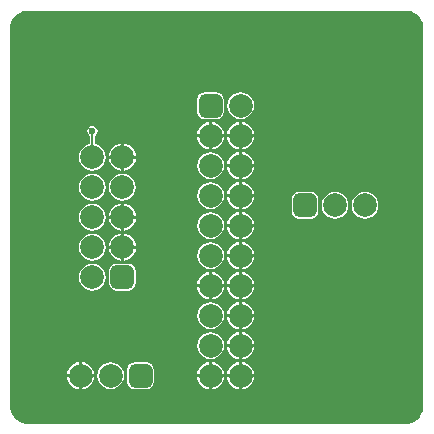
<source format=gbl>
G04*
G04 #@! TF.GenerationSoftware,Altium Limited,Altium Designer,19.0.15 (446)*
G04*
G04 Layer_Physical_Order=2*
G04 Layer_Color=16711680*
%FSLAX44Y44*%
%MOMM*%
G71*
G01*
G75*
%ADD17C,0.1270*%
G04:AMPARAMS|DCode=19|XSize=2mm|YSize=2mm|CornerRadius=0.5mm|HoleSize=0mm|Usage=FLASHONLY|Rotation=180.000|XOffset=0mm|YOffset=0mm|HoleType=Round|Shape=RoundedRectangle|*
%AMROUNDEDRECTD19*
21,1,2.0000,1.0000,0,0,180.0*
21,1,1.0000,2.0000,0,0,180.0*
1,1,1.0000,-0.5000,0.5000*
1,1,1.0000,0.5000,0.5000*
1,1,1.0000,0.5000,-0.5000*
1,1,1.0000,-0.5000,-0.5000*
%
%ADD19ROUNDEDRECTD19*%
%ADD20C,2.0000*%
G04:AMPARAMS|DCode=21|XSize=2mm|YSize=2mm|CornerRadius=0.5mm|HoleSize=0mm|Usage=FLASHONLY|Rotation=270.000|XOffset=0mm|YOffset=0mm|HoleType=Round|Shape=RoundedRectangle|*
%AMROUNDEDRECTD21*
21,1,2.0000,1.0000,0,0,270.0*
21,1,1.0000,2.0000,0,0,270.0*
1,1,1.0000,-0.5000,-0.5000*
1,1,1.0000,-0.5000,0.5000*
1,1,1.0000,0.5000,0.5000*
1,1,1.0000,0.5000,-0.5000*
%
%ADD21ROUNDEDRECTD21*%
%ADD22C,0.6000*%
G36*
X341468Y354902D02*
X344347Y354329D01*
X347059Y353206D01*
X349500Y351575D01*
X351575Y349500D01*
X353206Y347059D01*
X354329Y344347D01*
X354902Y341468D01*
Y340000D01*
Y20000D01*
Y18532D01*
X354329Y15653D01*
X353206Y12941D01*
X351575Y10500D01*
X349500Y8425D01*
X347059Y6794D01*
X344347Y5670D01*
X341468Y5098D01*
X340000Y5098D01*
X20000D01*
X18532Y5098D01*
X15653Y5671D01*
X12941Y6794D01*
X10500Y8425D01*
X8425Y10500D01*
X6794Y12941D01*
X5670Y15653D01*
X5098Y18532D01*
Y20000D01*
Y340000D01*
Y341468D01*
X5670Y344347D01*
X6794Y347059D01*
X8425Y349500D01*
X10500Y351575D01*
X12941Y353206D01*
X15653Y354329D01*
X18532Y354902D01*
X20000Y354902D01*
X340000D01*
X341468Y354902D01*
D02*
G37*
%LPC*%
G36*
X200000Y285667D02*
X197058Y285280D01*
X194316Y284144D01*
X191962Y282338D01*
X190156Y279984D01*
X189020Y277242D01*
X188633Y274300D01*
X189020Y271358D01*
X190156Y268616D01*
X191962Y266262D01*
X194316Y264456D01*
X197058Y263320D01*
X200000Y262933D01*
X202942Y263320D01*
X205684Y264456D01*
X208038Y266262D01*
X209844Y268616D01*
X210980Y271358D01*
X211367Y274300D01*
X210980Y277242D01*
X209844Y279984D01*
X208038Y282338D01*
X205684Y284144D01*
X202942Y285280D01*
X200000Y285667D01*
D02*
G37*
G36*
X179600Y285693D02*
X169600D01*
X167154Y285206D01*
X165080Y283820D01*
X163694Y281747D01*
X163207Y279300D01*
Y269300D01*
X163694Y266854D01*
X165080Y264780D01*
X167154Y263394D01*
X169600Y262907D01*
X179600D01*
X182046Y263394D01*
X184120Y264780D01*
X185506Y266854D01*
X185993Y269300D01*
Y279300D01*
X185506Y281747D01*
X184120Y283820D01*
X182046Y285206D01*
X179600Y285693D01*
D02*
G37*
G36*
X201250Y260335D02*
Y250150D01*
X211435D01*
X211204Y251902D01*
X210045Y254700D01*
X208202Y257102D01*
X205800Y258945D01*
X203002Y260104D01*
X201250Y260335D01*
D02*
G37*
G36*
X175850D02*
Y250150D01*
X186035D01*
X185804Y251902D01*
X184645Y254700D01*
X182802Y257102D01*
X180400Y258945D01*
X177602Y260104D01*
X175850Y260335D01*
D02*
G37*
G36*
X198750D02*
X196998Y260104D01*
X194200Y258945D01*
X191798Y257102D01*
X189955Y254700D01*
X188796Y251902D01*
X188565Y250150D01*
X198750D01*
Y260335D01*
D02*
G37*
G36*
X173350D02*
X171598Y260104D01*
X168800Y258945D01*
X166398Y257102D01*
X164555Y254700D01*
X163396Y251902D01*
X163165Y250150D01*
X173350D01*
Y260335D01*
D02*
G37*
G36*
X198750Y247650D02*
X188565D01*
X188796Y245898D01*
X189955Y243100D01*
X191798Y240698D01*
X194200Y238855D01*
X196998Y237696D01*
X198750Y237465D01*
Y247650D01*
D02*
G37*
G36*
X173350D02*
X163165D01*
X163396Y245898D01*
X164555Y243100D01*
X166398Y240698D01*
X168800Y238855D01*
X171598Y237696D01*
X173350Y237465D01*
Y247650D01*
D02*
G37*
G36*
X211435D02*
X201250D01*
Y237465D01*
X203002Y237696D01*
X205800Y238855D01*
X208202Y240698D01*
X210045Y243100D01*
X211204Y245898D01*
X211435Y247650D01*
D02*
G37*
G36*
X186035D02*
X175850D01*
Y237465D01*
X177602Y237696D01*
X180400Y238855D01*
X182802Y240698D01*
X184645Y243100D01*
X185804Y245898D01*
X186035Y247650D01*
D02*
G37*
G36*
X101250Y242235D02*
Y232050D01*
X111435D01*
X111204Y233802D01*
X110045Y236600D01*
X108202Y239002D01*
X105800Y240845D01*
X103002Y242004D01*
X101250Y242235D01*
D02*
G37*
G36*
X98750D02*
X96998Y242004D01*
X94200Y240845D01*
X91798Y239002D01*
X89955Y236600D01*
X88796Y233802D01*
X88565Y232050D01*
X98750D01*
Y242235D01*
D02*
G37*
G36*
X201250Y234935D02*
Y224750D01*
X211435D01*
X211204Y226502D01*
X210045Y229300D01*
X208202Y231702D01*
X205800Y233545D01*
X203002Y234704D01*
X201250Y234935D01*
D02*
G37*
G36*
X198750D02*
X196998Y234704D01*
X194200Y233545D01*
X191798Y231702D01*
X189955Y229300D01*
X188796Y226502D01*
X188565Y224750D01*
X198750D01*
Y234935D01*
D02*
G37*
G36*
X74600Y257104D02*
X72934Y256772D01*
X71522Y255828D01*
X70578Y254416D01*
X70246Y252750D01*
X70578Y251084D01*
X71522Y249671D01*
X72658Y248912D01*
Y241912D01*
X71658Y241780D01*
X68916Y240644D01*
X66562Y238838D01*
X64756Y236484D01*
X63620Y233742D01*
X63233Y230800D01*
X63620Y227858D01*
X64756Y225116D01*
X66562Y222762D01*
X68916Y220956D01*
X71658Y219820D01*
X74600Y219433D01*
X77542Y219820D01*
X80284Y220956D01*
X82638Y222762D01*
X84444Y225116D01*
X85580Y227858D01*
X85967Y230800D01*
X85580Y233742D01*
X84444Y236484D01*
X82638Y238838D01*
X80284Y240644D01*
X77542Y241780D01*
X76542Y241912D01*
Y248912D01*
X77678Y249671D01*
X78622Y251084D01*
X78954Y252750D01*
X78622Y254416D01*
X77678Y255828D01*
X76266Y256772D01*
X74600Y257104D01*
D02*
G37*
G36*
X98750Y229550D02*
X88565D01*
X88796Y227798D01*
X89955Y225000D01*
X91798Y222598D01*
X94200Y220755D01*
X96998Y219596D01*
X98750Y219365D01*
Y229550D01*
D02*
G37*
G36*
X111435D02*
X101250D01*
Y219365D01*
X103002Y219596D01*
X105800Y220755D01*
X108202Y222598D01*
X110045Y225000D01*
X111204Y227798D01*
X111435Y229550D01*
D02*
G37*
G36*
X174600Y234867D02*
X171658Y234480D01*
X168916Y233344D01*
X166562Y231538D01*
X164756Y229184D01*
X163620Y226442D01*
X163233Y223500D01*
X163620Y220558D01*
X164756Y217816D01*
X166562Y215462D01*
X168916Y213656D01*
X171658Y212520D01*
X174600Y212133D01*
X177542Y212520D01*
X180284Y213656D01*
X182638Y215462D01*
X184444Y217816D01*
X185580Y220558D01*
X185967Y223500D01*
X185580Y226442D01*
X184444Y229184D01*
X182638Y231538D01*
X180284Y233344D01*
X177542Y234480D01*
X174600Y234867D01*
D02*
G37*
G36*
X198750Y222250D02*
X188565D01*
X188796Y220498D01*
X189955Y217700D01*
X191798Y215298D01*
X194200Y213455D01*
X196998Y212296D01*
X198750Y212065D01*
Y222250D01*
D02*
G37*
G36*
X211435D02*
X201250D01*
Y212065D01*
X203002Y212296D01*
X205800Y213455D01*
X208202Y215298D01*
X210045Y217700D01*
X211204Y220498D01*
X211435Y222250D01*
D02*
G37*
G36*
X201250Y209535D02*
Y199350D01*
X211435D01*
X211204Y201102D01*
X210045Y203900D01*
X208202Y206302D01*
X205800Y208145D01*
X203002Y209304D01*
X201250Y209535D01*
D02*
G37*
G36*
X198750D02*
X196998Y209304D01*
X194200Y208145D01*
X191798Y206302D01*
X189955Y203900D01*
X188796Y201102D01*
X188565Y199350D01*
X198750D01*
Y209535D01*
D02*
G37*
G36*
X100000Y216767D02*
X97058Y216380D01*
X94316Y215244D01*
X91962Y213438D01*
X90156Y211084D01*
X89020Y208342D01*
X88633Y205400D01*
X89020Y202458D01*
X90156Y199716D01*
X91962Y197362D01*
X94316Y195556D01*
X97058Y194420D01*
X100000Y194033D01*
X102942Y194420D01*
X105684Y195556D01*
X108038Y197362D01*
X109844Y199716D01*
X110980Y202458D01*
X111367Y205400D01*
X110980Y208342D01*
X109844Y211084D01*
X108038Y213438D01*
X105684Y215244D01*
X102942Y216380D01*
X100000Y216767D01*
D02*
G37*
G36*
X74600D02*
X71658Y216380D01*
X68916Y215244D01*
X66562Y213438D01*
X64756Y211084D01*
X63620Y208342D01*
X63233Y205400D01*
X63620Y202458D01*
X64756Y199716D01*
X66562Y197362D01*
X68916Y195556D01*
X71658Y194420D01*
X74600Y194033D01*
X77542Y194420D01*
X80284Y195556D01*
X82638Y197362D01*
X84444Y199716D01*
X85580Y202458D01*
X85967Y205400D01*
X85580Y208342D01*
X84444Y211084D01*
X82638Y213438D01*
X80284Y215244D01*
X77542Y216380D01*
X74600Y216767D01*
D02*
G37*
G36*
X174600Y209467D02*
X171658Y209080D01*
X168916Y207944D01*
X166562Y206138D01*
X164756Y203784D01*
X163620Y201042D01*
X163233Y198100D01*
X163620Y195158D01*
X164756Y192416D01*
X166562Y190062D01*
X168916Y188256D01*
X171658Y187120D01*
X174600Y186733D01*
X177542Y187120D01*
X180284Y188256D01*
X182638Y190062D01*
X184444Y192416D01*
X185580Y195158D01*
X185967Y198100D01*
X185580Y201042D01*
X184444Y203784D01*
X182638Y206138D01*
X180284Y207944D01*
X177542Y209080D01*
X174600Y209467D01*
D02*
G37*
G36*
X198750Y196850D02*
X188565D01*
X188796Y195098D01*
X189955Y192300D01*
X191798Y189898D01*
X194200Y188055D01*
X196998Y186896D01*
X198750Y186665D01*
Y196850D01*
D02*
G37*
G36*
X211435D02*
X201250D01*
Y186665D01*
X203002Y186896D01*
X205800Y188055D01*
X208202Y189898D01*
X210045Y192300D01*
X211204Y195098D01*
X211435Y196850D01*
D02*
G37*
G36*
X101250Y191435D02*
Y181250D01*
X111435D01*
X111204Y183002D01*
X110045Y185800D01*
X108202Y188202D01*
X105800Y190045D01*
X103002Y191204D01*
X101250Y191435D01*
D02*
G37*
G36*
X98750D02*
X96998Y191204D01*
X94200Y190045D01*
X91798Y188202D01*
X89955Y185800D01*
X88796Y183002D01*
X88565Y181250D01*
X98750D01*
Y191435D01*
D02*
G37*
G36*
X305400Y201367D02*
X302458Y200980D01*
X299716Y199844D01*
X297362Y198038D01*
X295556Y195684D01*
X294420Y192942D01*
X294033Y190000D01*
X294420Y187058D01*
X295556Y184316D01*
X297362Y181962D01*
X299716Y180156D01*
X302458Y179020D01*
X305400Y178633D01*
X308342Y179020D01*
X311084Y180156D01*
X313438Y181962D01*
X315244Y184316D01*
X316380Y187058D01*
X316767Y190000D01*
X316380Y192942D01*
X315244Y195684D01*
X313438Y198038D01*
X311084Y199844D01*
X308342Y200980D01*
X305400Y201367D01*
D02*
G37*
G36*
X280000D02*
X277058Y200980D01*
X274316Y199844D01*
X271962Y198038D01*
X270156Y195684D01*
X269020Y192942D01*
X268633Y190000D01*
X269020Y187058D01*
X270156Y184316D01*
X271962Y181962D01*
X274316Y180156D01*
X277058Y179020D01*
X280000Y178633D01*
X282942Y179020D01*
X285684Y180156D01*
X288038Y181962D01*
X289844Y184316D01*
X290980Y187058D01*
X291367Y190000D01*
X290980Y192942D01*
X289844Y195684D01*
X288038Y198038D01*
X285684Y199844D01*
X282942Y200980D01*
X280000Y201367D01*
D02*
G37*
G36*
X259600Y201393D02*
X249600D01*
X247154Y200906D01*
X245080Y199520D01*
X243694Y197446D01*
X243207Y195000D01*
Y185000D01*
X243694Y182554D01*
X245080Y180480D01*
X247154Y179094D01*
X249600Y178607D01*
X259600D01*
X262046Y179094D01*
X264120Y180480D01*
X265506Y182554D01*
X265993Y185000D01*
Y195000D01*
X265506Y197446D01*
X264120Y199520D01*
X262046Y200906D01*
X259600Y201393D01*
D02*
G37*
G36*
X201250Y184135D02*
Y173950D01*
X211435D01*
X211204Y175702D01*
X210045Y178500D01*
X208202Y180902D01*
X205800Y182745D01*
X203002Y183904D01*
X201250Y184135D01*
D02*
G37*
G36*
X198750D02*
X196998Y183904D01*
X194200Y182745D01*
X191798Y180902D01*
X189955Y178500D01*
X188796Y175702D01*
X188565Y173950D01*
X198750D01*
Y184135D01*
D02*
G37*
G36*
X74600Y191367D02*
X71658Y190980D01*
X68916Y189844D01*
X66562Y188038D01*
X64756Y185684D01*
X63620Y182942D01*
X63233Y180000D01*
X63620Y177058D01*
X64756Y174316D01*
X66562Y171962D01*
X68916Y170156D01*
X71658Y169020D01*
X74600Y168633D01*
X77542Y169020D01*
X80284Y170156D01*
X82638Y171962D01*
X84444Y174316D01*
X85580Y177058D01*
X85967Y180000D01*
X85580Y182942D01*
X84444Y185684D01*
X82638Y188038D01*
X80284Y189844D01*
X77542Y190980D01*
X74600Y191367D01*
D02*
G37*
G36*
X98750Y178750D02*
X88565D01*
X88796Y176998D01*
X89955Y174200D01*
X91798Y171798D01*
X94200Y169955D01*
X96998Y168796D01*
X98750Y168565D01*
Y178750D01*
D02*
G37*
G36*
X111435D02*
X101250D01*
Y168565D01*
X103002Y168796D01*
X105800Y169955D01*
X108202Y171798D01*
X110045Y174200D01*
X111204Y176998D01*
X111435Y178750D01*
D02*
G37*
G36*
X174600Y184067D02*
X171658Y183680D01*
X168916Y182544D01*
X166562Y180738D01*
X164756Y178384D01*
X163620Y175642D01*
X163233Y172700D01*
X163620Y169758D01*
X164756Y167016D01*
X166562Y164662D01*
X168916Y162856D01*
X171658Y161720D01*
X174600Y161333D01*
X177542Y161720D01*
X180284Y162856D01*
X182638Y164662D01*
X184444Y167016D01*
X185580Y169758D01*
X185967Y172700D01*
X185580Y175642D01*
X184444Y178384D01*
X182638Y180738D01*
X180284Y182544D01*
X177542Y183680D01*
X174600Y184067D01*
D02*
G37*
G36*
X198750Y171450D02*
X188565D01*
X188796Y169698D01*
X189955Y166900D01*
X191798Y164498D01*
X194200Y162655D01*
X196998Y161496D01*
X198750Y161265D01*
Y171450D01*
D02*
G37*
G36*
X211435D02*
X201250D01*
Y161265D01*
X203002Y161496D01*
X205800Y162655D01*
X208202Y164498D01*
X210045Y166900D01*
X211204Y169698D01*
X211435Y171450D01*
D02*
G37*
G36*
X101250Y166035D02*
Y155850D01*
X111435D01*
X111204Y157602D01*
X110045Y160400D01*
X108202Y162802D01*
X105800Y164645D01*
X103002Y165804D01*
X101250Y166035D01*
D02*
G37*
G36*
X98750D02*
X96998Y165804D01*
X94200Y164645D01*
X91798Y162802D01*
X89955Y160400D01*
X88796Y157602D01*
X88565Y155850D01*
X98750D01*
Y166035D01*
D02*
G37*
G36*
X201250Y158735D02*
Y148550D01*
X211435D01*
X211204Y150302D01*
X210045Y153100D01*
X208202Y155502D01*
X205800Y157345D01*
X203002Y158504D01*
X201250Y158735D01*
D02*
G37*
G36*
X198750D02*
X196998Y158504D01*
X194200Y157345D01*
X191798Y155502D01*
X189955Y153100D01*
X188796Y150302D01*
X188565Y148550D01*
X198750D01*
Y158735D01*
D02*
G37*
G36*
X74600Y165967D02*
X71658Y165580D01*
X68916Y164444D01*
X66562Y162638D01*
X64756Y160284D01*
X63620Y157542D01*
X63233Y154600D01*
X63620Y151658D01*
X64756Y148916D01*
X66562Y146562D01*
X68916Y144756D01*
X71658Y143620D01*
X74600Y143233D01*
X77542Y143620D01*
X80284Y144756D01*
X82638Y146562D01*
X84444Y148916D01*
X85580Y151658D01*
X85967Y154600D01*
X85580Y157542D01*
X84444Y160284D01*
X82638Y162638D01*
X80284Y164444D01*
X77542Y165580D01*
X74600Y165967D01*
D02*
G37*
G36*
X98750Y153350D02*
X88565D01*
X88796Y151598D01*
X89955Y148800D01*
X91798Y146398D01*
X94200Y144555D01*
X96998Y143396D01*
X98750Y143165D01*
Y153350D01*
D02*
G37*
G36*
X111435D02*
X101250D01*
Y143165D01*
X103002Y143396D01*
X105800Y144555D01*
X108202Y146398D01*
X110045Y148800D01*
X111204Y151598D01*
X111435Y153350D01*
D02*
G37*
G36*
X174600Y158667D02*
X171658Y158280D01*
X168916Y157144D01*
X166562Y155338D01*
X164756Y152984D01*
X163620Y150242D01*
X163233Y147300D01*
X163620Y144358D01*
X164756Y141616D01*
X166562Y139262D01*
X168916Y137456D01*
X171658Y136320D01*
X174600Y135933D01*
X177542Y136320D01*
X180284Y137456D01*
X182638Y139262D01*
X184444Y141616D01*
X185580Y144358D01*
X185967Y147300D01*
X185580Y150242D01*
X184444Y152984D01*
X182638Y155338D01*
X180284Y157144D01*
X177542Y158280D01*
X174600Y158667D01*
D02*
G37*
G36*
X198750Y146050D02*
X188565D01*
X188796Y144298D01*
X189955Y141500D01*
X191798Y139098D01*
X194200Y137255D01*
X196998Y136096D01*
X198750Y135865D01*
Y146050D01*
D02*
G37*
G36*
X211435D02*
X201250D01*
Y135865D01*
X203002Y136096D01*
X205800Y137255D01*
X208202Y139098D01*
X210045Y141500D01*
X211204Y144298D01*
X211435Y146050D01*
D02*
G37*
G36*
X201250Y133335D02*
Y123150D01*
X211435D01*
X211204Y124902D01*
X210045Y127700D01*
X208202Y130102D01*
X205800Y131945D01*
X203002Y133104D01*
X201250Y133335D01*
D02*
G37*
G36*
X175850D02*
Y123150D01*
X186035D01*
X185804Y124902D01*
X184645Y127700D01*
X182802Y130102D01*
X180400Y131945D01*
X177602Y133104D01*
X175850Y133335D01*
D02*
G37*
G36*
X198750D02*
X196998Y133104D01*
X194200Y131945D01*
X191798Y130102D01*
X189955Y127700D01*
X188796Y124902D01*
X188565Y123150D01*
X198750D01*
Y133335D01*
D02*
G37*
G36*
X173350D02*
X171598Y133104D01*
X168800Y131945D01*
X166398Y130102D01*
X164555Y127700D01*
X163396Y124902D01*
X163165Y123150D01*
X173350D01*
Y133335D01*
D02*
G37*
G36*
X74600Y140567D02*
X71658Y140180D01*
X68916Y139044D01*
X66562Y137238D01*
X64756Y134884D01*
X63620Y132142D01*
X63233Y129200D01*
X63620Y126258D01*
X64756Y123516D01*
X66562Y121162D01*
X68916Y119356D01*
X71658Y118220D01*
X74600Y117833D01*
X77542Y118220D01*
X80284Y119356D01*
X82638Y121162D01*
X84444Y123516D01*
X85580Y126258D01*
X85967Y129200D01*
X85580Y132142D01*
X84444Y134884D01*
X82638Y137238D01*
X80284Y139044D01*
X77542Y140180D01*
X74600Y140567D01*
D02*
G37*
G36*
X105000Y140593D02*
X95000D01*
X92554Y140106D01*
X90480Y138720D01*
X89094Y136646D01*
X88607Y134200D01*
Y124200D01*
X89094Y121754D01*
X90480Y119680D01*
X92554Y118294D01*
X95000Y117807D01*
X105000D01*
X107446Y118294D01*
X109520Y119680D01*
X110906Y121754D01*
X111393Y124200D01*
Y134200D01*
X110906Y136646D01*
X109520Y138720D01*
X107446Y140106D01*
X105000Y140593D01*
D02*
G37*
G36*
X198750Y120650D02*
X188565D01*
X188796Y118898D01*
X189955Y116100D01*
X191798Y113698D01*
X194200Y111855D01*
X196998Y110696D01*
X198750Y110465D01*
Y120650D01*
D02*
G37*
G36*
X173350D02*
X163165D01*
X163396Y118898D01*
X164555Y116100D01*
X166398Y113698D01*
X168800Y111855D01*
X171598Y110696D01*
X173350Y110465D01*
Y120650D01*
D02*
G37*
G36*
X211435D02*
X201250D01*
Y110465D01*
X203002Y110696D01*
X205800Y111855D01*
X208202Y113698D01*
X210045Y116100D01*
X211204Y118898D01*
X211435Y120650D01*
D02*
G37*
G36*
X186035D02*
X175850D01*
Y110465D01*
X177602Y110696D01*
X180400Y111855D01*
X182802Y113698D01*
X184645Y116100D01*
X185804Y118898D01*
X186035Y120650D01*
D02*
G37*
G36*
X201250Y107935D02*
Y97750D01*
X211435D01*
X211204Y99502D01*
X210045Y102300D01*
X208202Y104702D01*
X205800Y106545D01*
X203002Y107704D01*
X201250Y107935D01*
D02*
G37*
G36*
X198750D02*
X196998Y107704D01*
X194200Y106545D01*
X191798Y104702D01*
X189955Y102300D01*
X188796Y99502D01*
X188565Y97750D01*
X198750D01*
Y107935D01*
D02*
G37*
G36*
X174600Y107867D02*
X171658Y107480D01*
X168916Y106344D01*
X166562Y104538D01*
X164756Y102184D01*
X163620Y99442D01*
X163233Y96500D01*
X163620Y93558D01*
X164756Y90816D01*
X166562Y88462D01*
X168916Y86656D01*
X171658Y85520D01*
X174600Y85133D01*
X177542Y85520D01*
X180284Y86656D01*
X182638Y88462D01*
X184444Y90816D01*
X185580Y93558D01*
X185967Y96500D01*
X185580Y99442D01*
X184444Y102184D01*
X182638Y104538D01*
X180284Y106344D01*
X177542Y107480D01*
X174600Y107867D01*
D02*
G37*
G36*
X198750Y95250D02*
X188565D01*
X188796Y93498D01*
X189955Y90700D01*
X191798Y88298D01*
X194200Y86455D01*
X196998Y85296D01*
X198750Y85065D01*
Y95250D01*
D02*
G37*
G36*
X211435D02*
X201250D01*
Y85065D01*
X203002Y85296D01*
X205800Y86455D01*
X208202Y88298D01*
X210045Y90700D01*
X211204Y93498D01*
X211435Y95250D01*
D02*
G37*
G36*
X201250Y82535D02*
Y72350D01*
X211435D01*
X211204Y74102D01*
X210045Y76900D01*
X208202Y79302D01*
X205800Y81145D01*
X203002Y82304D01*
X201250Y82535D01*
D02*
G37*
G36*
X198750D02*
X196998Y82304D01*
X194200Y81145D01*
X191798Y79302D01*
X189955Y76900D01*
X188796Y74102D01*
X188565Y72350D01*
X198750D01*
Y82535D01*
D02*
G37*
G36*
X174600Y82467D02*
X171658Y82080D01*
X168916Y80944D01*
X166562Y79138D01*
X164756Y76784D01*
X163620Y74042D01*
X163233Y71100D01*
X163620Y68158D01*
X164756Y65416D01*
X166562Y63062D01*
X168916Y61256D01*
X171658Y60120D01*
X174600Y59733D01*
X177542Y60120D01*
X180284Y61256D01*
X182638Y63062D01*
X184444Y65416D01*
X185580Y68158D01*
X185967Y71100D01*
X185580Y74042D01*
X184444Y76784D01*
X182638Y79138D01*
X180284Y80944D01*
X177542Y82080D01*
X174600Y82467D01*
D02*
G37*
G36*
X198750Y69850D02*
X188565D01*
X188796Y68098D01*
X189955Y65300D01*
X191798Y62898D01*
X194200Y61055D01*
X196998Y59896D01*
X198750Y59665D01*
Y69850D01*
D02*
G37*
G36*
X211435D02*
X201250D01*
Y59665D01*
X203002Y59896D01*
X205800Y61055D01*
X208202Y62898D01*
X210045Y65300D01*
X211204Y68098D01*
X211435Y69850D01*
D02*
G37*
G36*
X65850Y57135D02*
Y46950D01*
X76035D01*
X75804Y48702D01*
X74645Y51500D01*
X72802Y53902D01*
X70400Y55745D01*
X67602Y56904D01*
X65850Y57135D01*
D02*
G37*
G36*
X63350D02*
X61598Y56904D01*
X58800Y55745D01*
X56398Y53902D01*
X54555Y51500D01*
X53396Y48702D01*
X53165Y46950D01*
X63350D01*
Y57135D01*
D02*
G37*
G36*
X201250D02*
Y46950D01*
X211435D01*
X211204Y48702D01*
X210045Y51500D01*
X208202Y53902D01*
X205800Y55745D01*
X203002Y56904D01*
X201250Y57135D01*
D02*
G37*
G36*
X175850D02*
Y46950D01*
X186035D01*
X185804Y48702D01*
X184645Y51500D01*
X182802Y53902D01*
X180400Y55745D01*
X177602Y56904D01*
X175850Y57135D01*
D02*
G37*
G36*
X198750D02*
X196998Y56904D01*
X194200Y55745D01*
X191798Y53902D01*
X189955Y51500D01*
X188796Y48702D01*
X188565Y46950D01*
X198750D01*
Y57135D01*
D02*
G37*
G36*
X173350D02*
X171598Y56904D01*
X168800Y55745D01*
X166398Y53902D01*
X164555Y51500D01*
X163396Y48702D01*
X163165Y46950D01*
X173350D01*
Y57135D01*
D02*
G37*
G36*
X90000Y57067D02*
X87058Y56680D01*
X84316Y55544D01*
X81962Y53738D01*
X80156Y51384D01*
X79020Y48642D01*
X78633Y45700D01*
X79020Y42758D01*
X80156Y40016D01*
X81962Y37662D01*
X84316Y35856D01*
X87058Y34720D01*
X90000Y34333D01*
X92942Y34720D01*
X95684Y35856D01*
X98038Y37662D01*
X99844Y40016D01*
X100980Y42758D01*
X101367Y45700D01*
X100980Y48642D01*
X99844Y51384D01*
X98038Y53738D01*
X95684Y55544D01*
X92942Y56680D01*
X90000Y57067D01*
D02*
G37*
G36*
X120400Y57093D02*
X110400D01*
X107954Y56606D01*
X105880Y55220D01*
X104494Y53147D01*
X104007Y50700D01*
Y40700D01*
X104494Y38254D01*
X105880Y36180D01*
X107954Y34794D01*
X110400Y34307D01*
X120400D01*
X122846Y34794D01*
X124920Y36180D01*
X126306Y38254D01*
X126793Y40700D01*
Y50700D01*
X126306Y53147D01*
X124920Y55220D01*
X122846Y56606D01*
X120400Y57093D01*
D02*
G37*
G36*
X173350Y44450D02*
X163165D01*
X163396Y42698D01*
X164555Y39900D01*
X166398Y37498D01*
X168800Y35655D01*
X171598Y34496D01*
X173350Y34265D01*
Y44450D01*
D02*
G37*
G36*
X198750D02*
X188565D01*
X188796Y42698D01*
X189955Y39900D01*
X191798Y37498D01*
X194200Y35655D01*
X196998Y34496D01*
X198750Y34265D01*
Y44450D01*
D02*
G37*
G36*
X76035Y44450D02*
X65850D01*
Y34265D01*
X67602Y34496D01*
X70400Y35655D01*
X72802Y37498D01*
X74645Y39900D01*
X75804Y42698D01*
X76035Y44450D01*
D02*
G37*
G36*
X63350D02*
X53165D01*
X53396Y42698D01*
X54555Y39900D01*
X56398Y37498D01*
X58800Y35655D01*
X61598Y34496D01*
X63350Y34265D01*
Y44450D01*
D02*
G37*
G36*
X211435Y44450D02*
X201250D01*
Y34265D01*
X203002Y34496D01*
X205800Y35655D01*
X208202Y37498D01*
X210045Y39900D01*
X211204Y42698D01*
X211435Y44450D01*
D02*
G37*
G36*
X186035D02*
X175850D01*
Y34265D01*
X177602Y34496D01*
X180400Y35655D01*
X182802Y37498D01*
X184645Y39900D01*
X185804Y42698D01*
X186035Y44450D01*
D02*
G37*
%LPD*%
D17*
X74600Y230800D02*
Y252750D01*
D19*
X115400Y45700D02*
D03*
X254600Y190000D02*
D03*
D20*
X90000Y45700D02*
D03*
X64600D02*
D03*
X280000Y190000D02*
D03*
X305400D02*
D03*
X200000Y274300D02*
D03*
X174600Y248900D02*
D03*
X200000D02*
D03*
X174600Y223500D02*
D03*
X200000D02*
D03*
X174600Y198100D02*
D03*
X200000D02*
D03*
X174600Y172700D02*
D03*
X200000D02*
D03*
X174600Y147300D02*
D03*
X200000D02*
D03*
X174600Y121900D02*
D03*
X200000D02*
D03*
X174600Y96500D02*
D03*
X200000D02*
D03*
X174600Y71100D02*
D03*
X200000D02*
D03*
X174600Y45700D02*
D03*
X200000D02*
D03*
X100000Y180000D02*
D03*
X74600Y154600D02*
D03*
X100000D02*
D03*
X74600Y129200D02*
D03*
Y180000D02*
D03*
X100000Y205400D02*
D03*
X74600D02*
D03*
X100000Y230800D02*
D03*
X74600D02*
D03*
D21*
X174600Y274300D02*
D03*
X100000Y129200D02*
D03*
D22*
X319750Y282750D02*
D03*
X240250D02*
D03*
X74600Y252750D02*
D03*
X299500Y139000D02*
D03*
M02*

</source>
